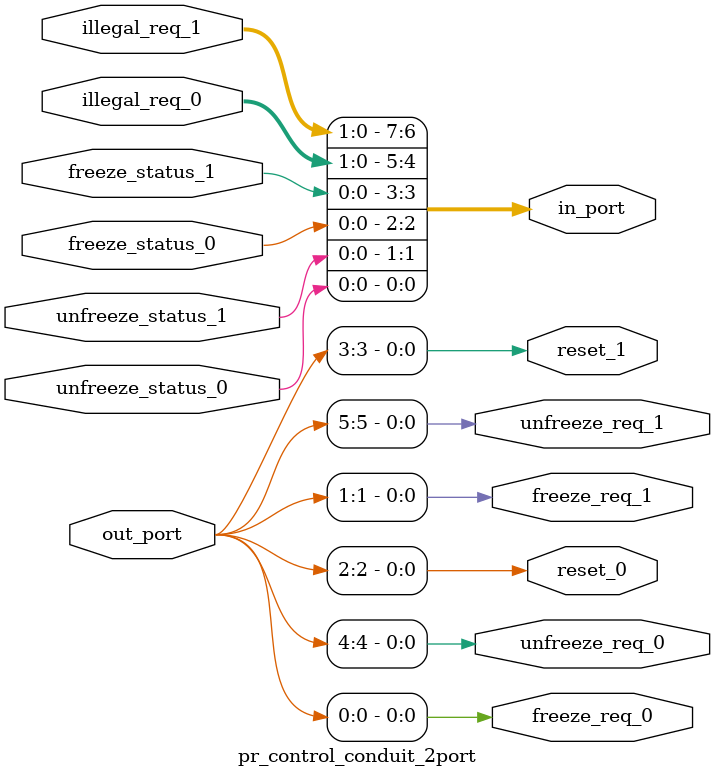
<source format=v>
module pr_control_conduit_2port (
		// interface from PIO 
		output 	wire [7:0]	in_port,
		input 	wire [7:0]	out_port,
		// interface to controller0
		input 	wire        freeze_status_0,   
		output  	wire        freeze_req_0,     
		output  	wire        unfreeze_req_0,    
		input 	wire        unfreeze_status_0, 
		output  	wire        reset_0,  
		input 	wire [1:0]  illegal_req_0,  
		// interface to controller1			  
		input 	wire        freeze_status_1,   
		output  	wire        freeze_req_1,     
		output  	wire        unfreeze_req_1,    
		input 	wire        unfreeze_status_1, 
		output  	wire        reset_1,           
		input 	wire [1:0]  illegal_req_1
		
);

//                bit7-6         bit5-4         bit3              bit2            bit1               bit0					 		
assign in_port = {illegal_req_1, illegal_req_0, freeze_status_1, freeze_status_0, unfreeze_status_1, unfreeze_status_0};

assign freeze_req_0 = out_port[0];
assign freeze_req_1 = out_port[1];

assign reset_0 = out_port[2];
assign reset_1 = out_port[3];

assign unfreeze_req_0 = out_port[4];
assign unfreeze_req_1 = out_port[5];

endmodule 

</source>
